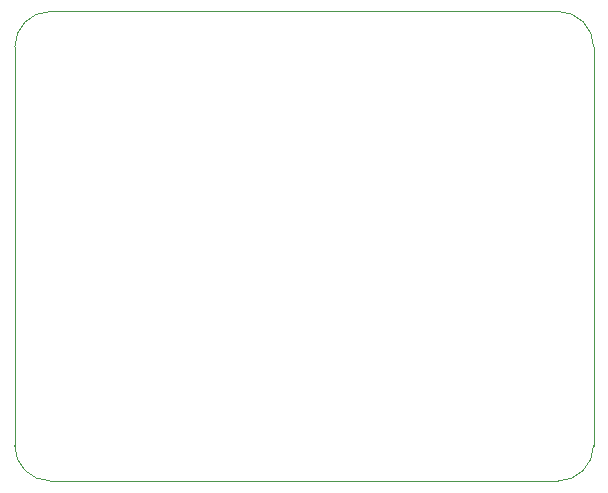
<source format=gm1>
%TF.GenerationSoftware,KiCad,Pcbnew,8.0.3-8.0.3-0~ubuntu22.04.1*%
%TF.CreationDate,2024-06-18T13:07:19+03:00*%
%TF.ProjectId,DoserDriver,446f7365-7244-4726-9976-65722e6b6963,rev?*%
%TF.SameCoordinates,Original*%
%TF.FileFunction,Profile,NP*%
%FSLAX46Y46*%
G04 Gerber Fmt 4.6, Leading zero omitted, Abs format (unit mm)*
G04 Created by KiCad (PCBNEW 8.0.3-8.0.3-0~ubuntu22.04.1) date 2024-06-18 13:07:19*
%MOMM*%
%LPD*%
G01*
G04 APERTURE LIST*
%TA.AperFunction,Profile*%
%ADD10C,0.050000*%
%TD*%
G04 APERTURE END LIST*
D10*
X52000000Y-70750000D02*
G75*
G02*
X49000000Y-67750000I0J3000000D01*
G01*
X52000000Y-70750000D02*
X95000000Y-70750000D01*
X49000000Y-34000000D02*
G75*
G02*
X52000000Y-31000000I3000000J0D01*
G01*
X98000000Y-67750000D02*
X98000000Y-34000000D01*
X95000000Y-31000000D02*
G75*
G02*
X98000000Y-34000000I0J-3000000D01*
G01*
X98000000Y-67750000D02*
G75*
G02*
X95000000Y-70750000I-3000000J0D01*
G01*
X49000000Y-34000000D02*
X49000000Y-67750000D01*
X95000000Y-31000000D02*
X52000000Y-31000000D01*
M02*

</source>
